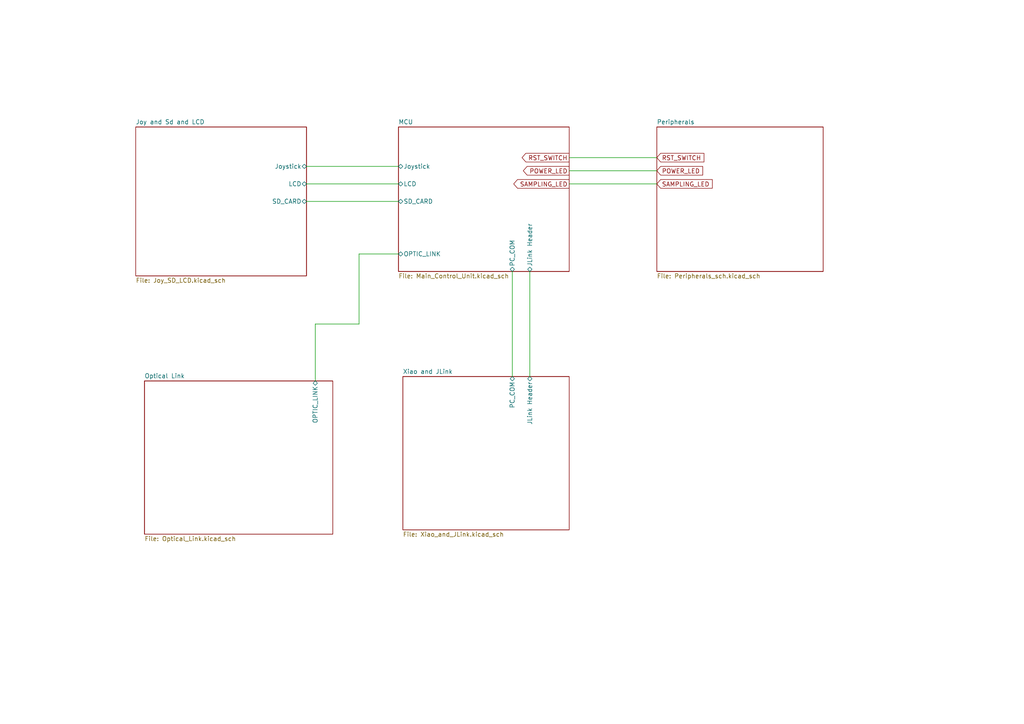
<source format=kicad_sch>
(kicad_sch
	(version 20250114)
	(generator "eeschema")
	(generator_version "9.0")
	(uuid "ad7d954a-8855-4fda-8068-d0d70e3f70ce")
	(paper "A4")
	(lib_symbols)
	(wire
		(pts
			(xy 91.44 93.98) (xy 91.44 110.49)
		)
		(stroke
			(width 0)
			(type default)
		)
		(uuid "11677188-ed79-42db-906d-6c2e264431d3")
	)
	(wire
		(pts
			(xy 88.9 53.34) (xy 115.57 53.34)
		)
		(stroke
			(width 0)
			(type default)
		)
		(uuid "20b009f2-7401-40a2-a1a4-5feaf968d292")
	)
	(wire
		(pts
			(xy 115.57 73.66) (xy 104.14 73.66)
		)
		(stroke
			(width 0)
			(type default)
		)
		(uuid "2550dfae-e9d7-4382-85e1-33229ead795b")
	)
	(wire
		(pts
			(xy 148.59 78.74) (xy 148.59 109.22)
		)
		(stroke
			(width 0)
			(type default)
		)
		(uuid "2cdfa7cb-7c7c-4776-bee7-f20b1272b319")
	)
	(wire
		(pts
			(xy 88.9 48.26) (xy 115.57 48.26)
		)
		(stroke
			(width 0)
			(type default)
		)
		(uuid "471ae893-505e-4176-8144-f83d4aca65dc")
	)
	(wire
		(pts
			(xy 104.14 93.98) (xy 91.44 93.98)
		)
		(stroke
			(width 0)
			(type default)
		)
		(uuid "62b32eac-cbe3-469a-ae3b-a19f993ca506")
	)
	(wire
		(pts
			(xy 104.14 73.66) (xy 104.14 93.98)
		)
		(stroke
			(width 0)
			(type default)
		)
		(uuid "67c00e80-1bc3-4445-8767-e3880a0ce02d")
	)
	(wire
		(pts
			(xy 165.1 53.34) (xy 190.5 53.34)
		)
		(stroke
			(width 0)
			(type default)
		)
		(uuid "c9ba855e-a7d6-4339-94f7-450789f05d49")
	)
	(wire
		(pts
			(xy 165.1 49.53) (xy 190.5 49.53)
		)
		(stroke
			(width 0)
			(type default)
		)
		(uuid "ca9e3857-9558-4397-864e-bb5740c4af4e")
	)
	(wire
		(pts
			(xy 153.67 78.74) (xy 153.67 109.22)
		)
		(stroke
			(width 0)
			(type default)
		)
		(uuid "d7f2014b-7c0d-4e7c-a1e1-be9c76b8476e")
	)
	(wire
		(pts
			(xy 88.9 58.42) (xy 115.57 58.42)
		)
		(stroke
			(width 0)
			(type default)
		)
		(uuid "dd37f3c2-253e-463f-a004-3d2841d40852")
	)
	(wire
		(pts
			(xy 165.1 45.72) (xy 190.5 45.72)
		)
		(stroke
			(width 0)
			(type default)
		)
		(uuid "f9304f5d-1f97-4194-949c-d4ab26c91d79")
	)
	(global_label "POWER_LED"
		(shape output)
		(at 165.1 49.53 180)
		(fields_autoplaced yes)
		(effects
			(font
				(size 1.27 1.27)
			)
			(justify right)
		)
		(uuid "08dd6465-6f24-4177-941d-bf037d44882a")
		(property "Intersheetrefs" "${INTERSHEET_REFS}"
			(at 151.2292 49.53 0)
			(effects
				(font
					(size 1.27 1.27)
				)
				(justify right)
				(hide yes)
			)
		)
	)
	(global_label "RST_SWITCH"
		(shape output)
		(at 165.1 45.72 180)
		(fields_autoplaced yes)
		(effects
			(font
				(size 1.27 1.27)
			)
			(justify right)
		)
		(uuid "432d8f5a-8a94-4adc-a947-95a696c710f5")
		(property "Intersheetrefs" "${INTERSHEET_REFS}"
			(at 150.8663 45.72 0)
			(effects
				(font
					(size 1.27 1.27)
				)
				(justify right)
				(hide yes)
			)
		)
	)
	(global_label "SAMPLING_LED"
		(shape output)
		(at 165.1 53.34 180)
		(fields_autoplaced yes)
		(effects
			(font
				(size 1.27 1.27)
			)
			(justify right)
		)
		(uuid "600b263e-64ed-4aad-9023-b1cbc520a8d6")
		(property "Intersheetrefs" "${INTERSHEET_REFS}"
			(at 148.4472 53.34 0)
			(effects
				(font
					(size 1.27 1.27)
				)
				(justify right)
				(hide yes)
			)
		)
	)
	(global_label "RST_SWITCH"
		(shape input)
		(at 190.5 45.72 0)
		(fields_autoplaced yes)
		(effects
			(font
				(size 1.27 1.27)
			)
			(justify left)
		)
		(uuid "e3cd4808-28b4-4d74-9b7f-84c5c5576f00")
		(property "Intersheetrefs" "${INTERSHEET_REFS}"
			(at 204.7337 45.72 0)
			(effects
				(font
					(size 1.27 1.27)
				)
				(justify left)
				(hide yes)
			)
		)
	)
	(global_label "SAMPLING_LED"
		(shape input)
		(at 190.5 53.34 0)
		(fields_autoplaced yes)
		(effects
			(font
				(size 1.27 1.27)
			)
			(justify left)
		)
		(uuid "e5d4a71a-ea0f-4ad2-8fa8-3c20011a84ed")
		(property "Intersheetrefs" "${INTERSHEET_REFS}"
			(at 207.1528 53.34 0)
			(effects
				(font
					(size 1.27 1.27)
				)
				(justify left)
				(hide yes)
			)
		)
	)
	(global_label "POWER_LED"
		(shape input)
		(at 190.5 49.53 0)
		(fields_autoplaced yes)
		(effects
			(font
				(size 1.27 1.27)
			)
			(justify left)
		)
		(uuid "fc230290-36cd-43e3-af04-45cf75467f38")
		(property "Intersheetrefs" "${INTERSHEET_REFS}"
			(at 204.3708 49.53 0)
			(effects
				(font
					(size 1.27 1.27)
				)
				(justify left)
				(hide yes)
			)
		)
	)
	(sheet
		(at 190.5 36.83)
		(size 48.26 41.91)
		(exclude_from_sim no)
		(in_bom yes)
		(on_board yes)
		(dnp no)
		(fields_autoplaced yes)
		(stroke
			(width 0.1524)
			(type solid)
		)
		(fill
			(color 0 0 0 0.0000)
		)
		(uuid "2cc32bf1-06be-4acf-9401-6db743507f4b")
		(property "Sheetname" "Peripherals"
			(at 190.5 36.1184 0)
			(effects
				(font
					(size 1.27 1.27)
				)
				(justify left bottom)
			)
		)
		(property "Sheetfile" "Peripherals_sch.kicad_sch"
			(at 190.5 79.3246 0)
			(effects
				(font
					(size 1.27 1.27)
				)
				(justify left top)
			)
		)
		(instances
			(project "Control_Unit"
				(path "/ad7d954a-8855-4fda-8068-d0d70e3f70ce"
					(page "5")
				)
			)
		)
	)
	(sheet
		(at 39.37 36.83)
		(size 49.53 43.18)
		(exclude_from_sim no)
		(in_bom yes)
		(on_board yes)
		(dnp no)
		(fields_autoplaced yes)
		(stroke
			(width 0.1524)
			(type solid)
		)
		(fill
			(color 0 0 0 0.0000)
		)
		(uuid "45bdd05f-cdfc-4667-8528-3a6de7b665bf")
		(property "Sheetname" "Joy and Sd and LCD"
			(at 39.37 36.1184 0)
			(effects
				(font
					(size 1.27 1.27)
				)
				(justify left bottom)
			)
		)
		(property "Sheetfile" "Joy_SD_LCD.kicad_sch"
			(at 39.37 80.5946 0)
			(effects
				(font
					(size 1.27 1.27)
				)
				(justify left top)
			)
		)
		(pin "Joystick" bidirectional
			(at 88.9 48.26 0)
			(uuid "3cd13c72-323b-483f-9831-33f0a4866efa")
			(effects
				(font
					(size 1.27 1.27)
				)
				(justify right)
			)
		)
		(pin "LCD" bidirectional
			(at 88.9 53.34 0)
			(uuid "83143588-fd89-4913-bc31-e2073ef780dd")
			(effects
				(font
					(size 1.27 1.27)
				)
				(justify right)
			)
		)
		(pin "SD_CARD" bidirectional
			(at 88.9 58.42 0)
			(uuid "5779d638-50ae-486f-acb6-1219e0d8c2e6")
			(effects
				(font
					(size 1.27 1.27)
				)
				(justify right)
			)
		)
		(instances
			(project "Control_Unit"
				(path "/ad7d954a-8855-4fda-8068-d0d70e3f70ce"
					(page "4")
				)
			)
		)
	)
	(sheet
		(at 41.91 110.49)
		(size 54.61 44.45)
		(exclude_from_sim no)
		(in_bom yes)
		(on_board yes)
		(dnp no)
		(fields_autoplaced yes)
		(stroke
			(width 0.1524)
			(type solid)
		)
		(fill
			(color 0 0 0 0.0000)
		)
		(uuid "b12008dc-78ea-439c-a08d-c5afe282eb2b")
		(property "Sheetname" "Optical Link"
			(at 41.91 109.7784 0)
			(effects
				(font
					(size 1.27 1.27)
				)
				(justify left bottom)
			)
		)
		(property "Sheetfile" "Optical_Link.kicad_sch"
			(at 41.91 155.5246 0)
			(effects
				(font
					(size 1.27 1.27)
				)
				(justify left top)
			)
		)
		(pin "OPTIC_LINK" bidirectional
			(at 91.44 110.49 90)
			(uuid "44c002cd-51d7-4d0e-9c09-c8f10df6893b")
			(effects
				(font
					(size 1.27 1.27)
				)
				(justify right)
			)
		)
		(instances
			(project "Control_Unit"
				(path "/ad7d954a-8855-4fda-8068-d0d70e3f70ce"
					(page "6")
				)
			)
		)
	)
	(sheet
		(at 115.57 36.83)
		(size 49.53 41.91)
		(exclude_from_sim no)
		(in_bom yes)
		(on_board yes)
		(dnp no)
		(fields_autoplaced yes)
		(stroke
			(width 0.1524)
			(type solid)
		)
		(fill
			(color 0 0 0 0.0000)
		)
		(uuid "c7a5f728-748f-4d4f-96c5-86d59ada049c")
		(property "Sheetname" "MCU"
			(at 115.57 36.1184 0)
			(effects
				(font
					(size 1.27 1.27)
				)
				(justify left bottom)
			)
		)
		(property "Sheetfile" "Main_Control_Unit.kicad_sch"
			(at 115.57 79.3246 0)
			(effects
				(font
					(size 1.27 1.27)
				)
				(justify left top)
			)
		)
		(pin "PC_COM" bidirectional
			(at 148.59 78.74 270)
			(uuid "033e11d9-2dbd-4aac-9c94-b4c3a8e3ef61")
			(effects
				(font
					(size 1.27 1.27)
				)
				(justify left)
			)
		)
		(pin "JLink Header" bidirectional
			(at 153.67 78.74 270)
			(uuid "6ca00a96-8407-40e8-b952-216f05bd25ab")
			(effects
				(font
					(size 1.27 1.27)
				)
				(justify left)
			)
		)
		(pin "Joystick" bidirectional
			(at 115.57 48.26 180)
			(uuid "da55888f-3929-4f38-b29f-f29d535e189a")
			(effects
				(font
					(size 1.27 1.27)
				)
				(justify left)
			)
		)
		(pin "LCD" bidirectional
			(at 115.57 53.34 180)
			(uuid "fa5b317c-7be2-4769-b1c1-041a65ea15cc")
			(effects
				(font
					(size 1.27 1.27)
				)
				(justify left)
			)
		)
		(pin "SD_CARD" bidirectional
			(at 115.57 58.42 180)
			(uuid "dd16fcbb-2065-41bc-bb59-c4c5118f102c")
			(effects
				(font
					(size 1.27 1.27)
				)
				(justify left)
			)
		)
		(pin "OPTIC_LINK" bidirectional
			(at 115.57 73.66 180)
			(uuid "af56a076-6d02-405a-bc65-d08236a3f9f8")
			(effects
				(font
					(size 1.27 1.27)
				)
				(justify left)
			)
		)
		(instances
			(project "Control_Unit"
				(path "/ad7d954a-8855-4fda-8068-d0d70e3f70ce"
					(page "2")
				)
			)
		)
	)
	(sheet
		(at 116.84 109.22)
		(size 48.26 44.45)
		(exclude_from_sim no)
		(in_bom yes)
		(on_board yes)
		(dnp no)
		(fields_autoplaced yes)
		(stroke
			(width 0.1524)
			(type solid)
		)
		(fill
			(color 0 0 0 0.0000)
		)
		(uuid "ff8cfde8-9c52-4ab9-8c9f-700b48f6c7cf")
		(property "Sheetname" "Xiao and JLink"
			(at 116.84 108.5084 0)
			(effects
				(font
					(size 1.27 1.27)
				)
				(justify left bottom)
			)
		)
		(property "Sheetfile" "Xiao_and_JLink.kicad_sch"
			(at 116.84 154.2546 0)
			(effects
				(font
					(size 1.27 1.27)
				)
				(justify left top)
			)
		)
		(pin "PC_COM" bidirectional
			(at 148.59 109.22 90)
			(uuid "a35e675a-394f-4590-b932-1dcf3c7d3c5c")
			(effects
				(font
					(size 1.27 1.27)
				)
				(justify right)
			)
		)
		(pin "JLink Header" bidirectional
			(at 153.67 109.22 90)
			(uuid "9385c0af-c33a-4648-865a-8527984fdbd5")
			(effects
				(font
					(size 1.27 1.27)
				)
				(justify right)
			)
		)
		(instances
			(project "Control_Unit"
				(path "/ad7d954a-8855-4fda-8068-d0d70e3f70ce"
					(page "3")
				)
			)
		)
	)
	(sheet_instances
		(path "/"
			(page "1")
		)
	)
	(embedded_fonts no)
)

</source>
